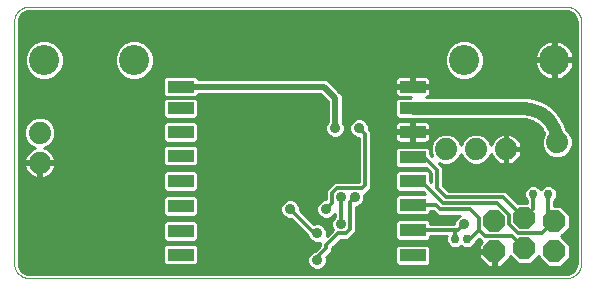
<source format=gbl>
G75*
%MOIN*%
%OFA0B0*%
%FSLAX25Y25*%
%IPPOS*%
%LPD*%
%AMOC8*
5,1,8,0,0,1.08239X$1,22.5*
%
%ADD10C,0.00000*%
%ADD11OC8,0.07400*%
%ADD12R,0.08600X0.04200*%
%ADD13C,0.07400*%
%ADD14C,0.10050*%
%ADD15C,0.03000*%
%ADD16C,0.01000*%
%ADD17C,0.03500*%
%ADD18C,0.02000*%
%ADD19C,0.01200*%
%ADD20C,0.04300*%
D10*
X0012000Y0060307D02*
X0190976Y0060307D01*
X0191116Y0060309D01*
X0191256Y0060315D01*
X0191396Y0060325D01*
X0191536Y0060338D01*
X0191675Y0060356D01*
X0191814Y0060378D01*
X0191951Y0060403D01*
X0192089Y0060432D01*
X0192225Y0060465D01*
X0192360Y0060502D01*
X0192494Y0060543D01*
X0192627Y0060588D01*
X0192759Y0060636D01*
X0192889Y0060688D01*
X0193018Y0060743D01*
X0193145Y0060802D01*
X0193271Y0060865D01*
X0193395Y0060931D01*
X0193516Y0061000D01*
X0193636Y0061073D01*
X0193754Y0061150D01*
X0193869Y0061229D01*
X0193983Y0061312D01*
X0194093Y0061398D01*
X0194202Y0061487D01*
X0194308Y0061579D01*
X0194411Y0061674D01*
X0194512Y0061771D01*
X0194609Y0061872D01*
X0194704Y0061975D01*
X0194796Y0062081D01*
X0194885Y0062190D01*
X0194971Y0062300D01*
X0195054Y0062414D01*
X0195133Y0062529D01*
X0195210Y0062647D01*
X0195283Y0062767D01*
X0195352Y0062888D01*
X0195418Y0063012D01*
X0195481Y0063138D01*
X0195540Y0063265D01*
X0195595Y0063394D01*
X0195647Y0063524D01*
X0195695Y0063656D01*
X0195740Y0063789D01*
X0195781Y0063923D01*
X0195818Y0064058D01*
X0195851Y0064194D01*
X0195880Y0064332D01*
X0195905Y0064469D01*
X0195927Y0064608D01*
X0195945Y0064747D01*
X0195958Y0064887D01*
X0195968Y0065027D01*
X0195974Y0065167D01*
X0195976Y0065307D01*
X0195976Y0145858D01*
X0195974Y0145998D01*
X0195968Y0146138D01*
X0195958Y0146278D01*
X0195945Y0146418D01*
X0195927Y0146557D01*
X0195905Y0146696D01*
X0195880Y0146833D01*
X0195851Y0146971D01*
X0195818Y0147107D01*
X0195781Y0147242D01*
X0195740Y0147376D01*
X0195695Y0147509D01*
X0195647Y0147641D01*
X0195595Y0147771D01*
X0195540Y0147900D01*
X0195481Y0148027D01*
X0195418Y0148153D01*
X0195352Y0148277D01*
X0195283Y0148398D01*
X0195210Y0148518D01*
X0195133Y0148636D01*
X0195054Y0148751D01*
X0194971Y0148865D01*
X0194885Y0148975D01*
X0194796Y0149084D01*
X0194704Y0149190D01*
X0194609Y0149293D01*
X0194512Y0149394D01*
X0194411Y0149491D01*
X0194308Y0149586D01*
X0194202Y0149678D01*
X0194093Y0149767D01*
X0193983Y0149853D01*
X0193869Y0149936D01*
X0193754Y0150015D01*
X0193636Y0150092D01*
X0193516Y0150165D01*
X0193395Y0150234D01*
X0193271Y0150300D01*
X0193145Y0150363D01*
X0193018Y0150422D01*
X0192889Y0150477D01*
X0192759Y0150529D01*
X0192627Y0150577D01*
X0192494Y0150622D01*
X0192360Y0150663D01*
X0192225Y0150700D01*
X0192089Y0150733D01*
X0191951Y0150762D01*
X0191814Y0150787D01*
X0191675Y0150809D01*
X0191536Y0150827D01*
X0191396Y0150840D01*
X0191256Y0150850D01*
X0191116Y0150856D01*
X0190976Y0150858D01*
X0012000Y0150858D01*
X0011860Y0150856D01*
X0011720Y0150850D01*
X0011580Y0150840D01*
X0011440Y0150827D01*
X0011301Y0150809D01*
X0011162Y0150787D01*
X0011025Y0150762D01*
X0010887Y0150733D01*
X0010751Y0150700D01*
X0010616Y0150663D01*
X0010482Y0150622D01*
X0010349Y0150577D01*
X0010217Y0150529D01*
X0010087Y0150477D01*
X0009958Y0150422D01*
X0009831Y0150363D01*
X0009705Y0150300D01*
X0009581Y0150234D01*
X0009460Y0150165D01*
X0009340Y0150092D01*
X0009222Y0150015D01*
X0009107Y0149936D01*
X0008993Y0149853D01*
X0008883Y0149767D01*
X0008774Y0149678D01*
X0008668Y0149586D01*
X0008565Y0149491D01*
X0008464Y0149394D01*
X0008367Y0149293D01*
X0008272Y0149190D01*
X0008180Y0149084D01*
X0008091Y0148975D01*
X0008005Y0148865D01*
X0007922Y0148751D01*
X0007843Y0148636D01*
X0007766Y0148518D01*
X0007693Y0148398D01*
X0007624Y0148277D01*
X0007558Y0148153D01*
X0007495Y0148027D01*
X0007436Y0147900D01*
X0007381Y0147771D01*
X0007329Y0147641D01*
X0007281Y0147509D01*
X0007236Y0147376D01*
X0007195Y0147242D01*
X0007158Y0147107D01*
X0007125Y0146971D01*
X0007096Y0146833D01*
X0007071Y0146696D01*
X0007049Y0146557D01*
X0007031Y0146418D01*
X0007018Y0146278D01*
X0007008Y0146138D01*
X0007002Y0145998D01*
X0007000Y0145858D01*
X0007000Y0065307D01*
X0007002Y0065167D01*
X0007008Y0065027D01*
X0007018Y0064887D01*
X0007031Y0064747D01*
X0007049Y0064608D01*
X0007071Y0064469D01*
X0007096Y0064332D01*
X0007125Y0064194D01*
X0007158Y0064058D01*
X0007195Y0063923D01*
X0007236Y0063789D01*
X0007281Y0063656D01*
X0007329Y0063524D01*
X0007381Y0063394D01*
X0007436Y0063265D01*
X0007495Y0063138D01*
X0007558Y0063012D01*
X0007624Y0062888D01*
X0007693Y0062767D01*
X0007766Y0062647D01*
X0007843Y0062529D01*
X0007922Y0062414D01*
X0008005Y0062300D01*
X0008091Y0062190D01*
X0008180Y0062081D01*
X0008272Y0061975D01*
X0008367Y0061872D01*
X0008464Y0061771D01*
X0008565Y0061674D01*
X0008668Y0061579D01*
X0008774Y0061487D01*
X0008883Y0061398D01*
X0008993Y0061312D01*
X0009107Y0061229D01*
X0009222Y0061150D01*
X0009340Y0061073D01*
X0009460Y0061000D01*
X0009581Y0060931D01*
X0009705Y0060865D01*
X0009831Y0060802D01*
X0009958Y0060743D01*
X0010087Y0060688D01*
X0010217Y0060636D01*
X0010349Y0060588D01*
X0010482Y0060543D01*
X0010616Y0060502D01*
X0010751Y0060465D01*
X0010887Y0060432D01*
X0011025Y0060403D01*
X0011162Y0060378D01*
X0011301Y0060356D01*
X0011440Y0060338D01*
X0011580Y0060325D01*
X0011720Y0060315D01*
X0011860Y0060309D01*
X0012000Y0060307D01*
D11*
X0167000Y0069307D03*
X0177000Y0070307D03*
X0187000Y0069307D03*
X0187000Y0079307D03*
X0177000Y0080307D03*
X0167000Y0079307D03*
D12*
X0139867Y0076314D03*
X0139867Y0067938D03*
X0139867Y0084813D03*
X0139867Y0092687D03*
X0139867Y0100561D03*
X0139867Y0109060D03*
X0139867Y0116934D03*
X0139867Y0124183D03*
X0062500Y0124183D03*
X0062500Y0116934D03*
X0062500Y0109060D03*
X0062500Y0101186D03*
X0062500Y0092687D03*
X0062500Y0084439D03*
X0062500Y0076063D03*
X0062500Y0068189D03*
D13*
X0015500Y0098807D03*
X0015500Y0108807D03*
X0151000Y0103307D03*
X0161000Y0103307D03*
X0171000Y0103307D03*
X0188000Y0105583D03*
D14*
X0187000Y0133063D03*
X0157000Y0133063D03*
X0047000Y0133063D03*
X0017000Y0133063D03*
D15*
X0154000Y0073307D03*
X0158000Y0073307D03*
X0180000Y0088307D03*
X0185000Y0088307D03*
D16*
X0187100Y0086164D02*
X0187543Y0086608D01*
X0188000Y0087710D01*
X0188000Y0088904D01*
X0187543Y0090006D01*
X0186699Y0090850D01*
X0185597Y0091307D01*
X0184403Y0091307D01*
X0183301Y0090850D01*
X0182500Y0090050D01*
X0181699Y0090850D01*
X0180597Y0091307D01*
X0179403Y0091307D01*
X0178301Y0090850D01*
X0177457Y0090006D01*
X0177000Y0088904D01*
X0177000Y0087710D01*
X0177457Y0086608D01*
X0177900Y0086164D01*
X0177900Y0085507D01*
X0174846Y0085507D01*
X0174808Y0085469D01*
X0170870Y0089407D01*
X0151870Y0089407D01*
X0150100Y0091177D01*
X0150100Y0097177D01*
X0148607Y0098670D01*
X0149966Y0098107D01*
X0152034Y0098107D01*
X0153946Y0098899D01*
X0155408Y0100361D01*
X0156000Y0101790D01*
X0156592Y0100361D01*
X0158054Y0098899D01*
X0159966Y0098107D01*
X0162034Y0098107D01*
X0163946Y0098899D01*
X0165408Y0100361D01*
X0166014Y0101824D01*
X0166181Y0101311D01*
X0166553Y0100582D01*
X0167034Y0099919D01*
X0167612Y0099341D01*
X0168275Y0098859D01*
X0169004Y0098488D01*
X0169782Y0098235D01*
X0170591Y0098107D01*
X0170700Y0098107D01*
X0170700Y0103007D01*
X0171300Y0103007D01*
X0171300Y0103607D01*
X0170700Y0103607D01*
X0170700Y0108507D01*
X0170591Y0108507D01*
X0169782Y0108379D01*
X0169004Y0108126D01*
X0168275Y0107754D01*
X0167612Y0107273D01*
X0167034Y0106694D01*
X0166553Y0106032D01*
X0166181Y0105303D01*
X0166014Y0104790D01*
X0165408Y0106252D01*
X0163946Y0107715D01*
X0162034Y0108507D01*
X0159966Y0108507D01*
X0158054Y0107715D01*
X0156592Y0106252D01*
X0156000Y0104824D01*
X0155408Y0106252D01*
X0153946Y0107715D01*
X0152034Y0108507D01*
X0149966Y0108507D01*
X0148054Y0107715D01*
X0146592Y0106252D01*
X0145800Y0104341D01*
X0145800Y0102273D01*
X0146363Y0100914D01*
X0145667Y0101610D01*
X0145667Y0103282D01*
X0144788Y0104161D01*
X0134946Y0104161D01*
X0134067Y0103282D01*
X0134067Y0097840D01*
X0134946Y0096961D01*
X0144376Y0096961D01*
X0145900Y0095437D01*
X0145900Y0092377D01*
X0145667Y0092610D01*
X0145667Y0095408D01*
X0144788Y0096287D01*
X0134946Y0096287D01*
X0134067Y0095408D01*
X0134067Y0089966D01*
X0134946Y0089087D01*
X0143250Y0089087D01*
X0143924Y0088413D01*
X0134946Y0088413D01*
X0134067Y0087534D01*
X0134067Y0082091D01*
X0134946Y0081213D01*
X0144788Y0081213D01*
X0145667Y0082091D01*
X0145667Y0082713D01*
X0146624Y0082713D01*
X0146900Y0082437D01*
X0148130Y0081207D01*
X0155509Y0081207D01*
X0155159Y0081062D01*
X0154245Y0080148D01*
X0153750Y0078953D01*
X0153750Y0078414D01*
X0145667Y0078414D01*
X0145667Y0079035D01*
X0144788Y0079914D01*
X0134946Y0079914D01*
X0134067Y0079035D01*
X0134067Y0073592D01*
X0134946Y0072714D01*
X0144788Y0072714D01*
X0145667Y0073592D01*
X0145667Y0074214D01*
X0151128Y0074214D01*
X0151000Y0073904D01*
X0151000Y0072710D01*
X0151457Y0071608D01*
X0152301Y0070764D01*
X0153403Y0070307D01*
X0154597Y0070307D01*
X0155699Y0070764D01*
X0156000Y0071064D01*
X0156301Y0070764D01*
X0157403Y0070307D01*
X0158597Y0070307D01*
X0159699Y0070764D01*
X0160543Y0071608D01*
X0160736Y0072073D01*
X0162000Y0073337D01*
X0162838Y0072499D01*
X0161800Y0071461D01*
X0161800Y0069807D01*
X0166500Y0069807D01*
X0166500Y0068807D01*
X0161800Y0068807D01*
X0161800Y0067153D01*
X0164846Y0064107D01*
X0166500Y0064107D01*
X0166500Y0068807D01*
X0167500Y0068807D01*
X0167500Y0064107D01*
X0169154Y0064107D01*
X0172200Y0067153D01*
X0172200Y0067753D01*
X0174846Y0065107D01*
X0179154Y0065107D01*
X0181800Y0067753D01*
X0181800Y0067153D01*
X0184846Y0064107D01*
X0189154Y0064107D01*
X0192200Y0067153D01*
X0192200Y0071461D01*
X0189354Y0074307D01*
X0192200Y0077153D01*
X0192200Y0081461D01*
X0189154Y0084507D01*
X0187100Y0084507D01*
X0187100Y0086164D01*
X0187204Y0086268D02*
X0194476Y0086268D01*
X0194476Y0085270D02*
X0187100Y0085270D01*
X0189390Y0084271D02*
X0194476Y0084271D01*
X0194476Y0083273D02*
X0190388Y0083273D01*
X0191387Y0082274D02*
X0194476Y0082274D01*
X0194476Y0081276D02*
X0192200Y0081276D01*
X0192200Y0080277D02*
X0194476Y0080277D01*
X0194476Y0079279D02*
X0192200Y0079279D01*
X0192200Y0078280D02*
X0194476Y0078280D01*
X0194476Y0077282D02*
X0192200Y0077282D01*
X0191330Y0076283D02*
X0194476Y0076283D01*
X0194476Y0075285D02*
X0190332Y0075285D01*
X0189375Y0074286D02*
X0194476Y0074286D01*
X0194476Y0073288D02*
X0190373Y0073288D01*
X0191372Y0072289D02*
X0194476Y0072289D01*
X0194476Y0071291D02*
X0192200Y0071291D01*
X0192200Y0070292D02*
X0194476Y0070292D01*
X0194476Y0069294D02*
X0192200Y0069294D01*
X0192200Y0068295D02*
X0194476Y0068295D01*
X0194476Y0067297D02*
X0192200Y0067297D01*
X0191345Y0066298D02*
X0194476Y0066298D01*
X0194476Y0065307D02*
X0194409Y0064624D01*
X0193887Y0063362D01*
X0192921Y0062397D01*
X0191659Y0061874D01*
X0190976Y0061807D01*
X0012000Y0061807D01*
X0011317Y0061874D01*
X0010055Y0062397D01*
X0009090Y0063362D01*
X0008567Y0064624D01*
X0008500Y0065307D01*
X0008500Y0145858D01*
X0008567Y0146541D01*
X0009090Y0147803D01*
X0010055Y0148768D01*
X0011317Y0149291D01*
X0012000Y0149358D01*
X0190976Y0149358D01*
X0191659Y0149291D01*
X0192921Y0148768D01*
X0193887Y0147803D01*
X0194409Y0146541D01*
X0194476Y0145858D01*
X0194476Y0065307D01*
X0194476Y0065299D02*
X0190346Y0065299D01*
X0189348Y0064301D02*
X0194275Y0064301D01*
X0193827Y0063302D02*
X0109239Y0063302D01*
X0108646Y0063057D02*
X0109841Y0063552D01*
X0110755Y0064466D01*
X0111250Y0065660D01*
X0111250Y0066953D01*
X0111064Y0067401D01*
X0111870Y0068207D01*
X0113100Y0069437D01*
X0113100Y0070437D01*
X0115870Y0073207D01*
X0118370Y0073207D01*
X0119870Y0074707D01*
X0121100Y0075937D01*
X0121100Y0084057D01*
X0121146Y0084057D01*
X0122341Y0084552D01*
X0123255Y0085466D01*
X0123750Y0086660D01*
X0123750Y0087953D01*
X0123645Y0088207D01*
X0123870Y0088207D01*
X0124870Y0089207D01*
X0126100Y0090437D01*
X0126100Y0109177D01*
X0125250Y0110027D01*
X0125250Y0110953D01*
X0124755Y0112148D01*
X0123841Y0113062D01*
X0122646Y0113557D01*
X0121354Y0113557D01*
X0120159Y0113062D01*
X0119245Y0112148D01*
X0118750Y0110953D01*
X0118750Y0109660D01*
X0119245Y0108466D01*
X0120159Y0107552D01*
X0121354Y0107057D01*
X0121900Y0107057D01*
X0121900Y0092407D01*
X0113630Y0092407D01*
X0112130Y0090907D01*
X0110900Y0089677D01*
X0110900Y0086557D01*
X0110354Y0086557D01*
X0109159Y0086062D01*
X0108245Y0085148D01*
X0107750Y0083953D01*
X0107750Y0082660D01*
X0108245Y0081466D01*
X0109159Y0080552D01*
X0110354Y0080057D01*
X0111646Y0080057D01*
X0112841Y0080552D01*
X0113755Y0081466D01*
X0113900Y0081816D01*
X0113900Y0080803D01*
X0113245Y0080148D01*
X0112750Y0078953D01*
X0112750Y0077660D01*
X0113229Y0076505D01*
X0112900Y0076177D01*
X0111155Y0074432D01*
X0111250Y0074660D01*
X0111250Y0075953D01*
X0110755Y0077148D01*
X0109841Y0078062D01*
X0108646Y0078557D01*
X0107354Y0078557D01*
X0106905Y0078371D01*
X0102250Y0083027D01*
X0102250Y0083953D01*
X0101755Y0085148D01*
X0100841Y0086062D01*
X0099646Y0086557D01*
X0098354Y0086557D01*
X0097159Y0086062D01*
X0096245Y0085148D01*
X0095750Y0083953D01*
X0095750Y0082660D01*
X0096245Y0081466D01*
X0097159Y0080552D01*
X0098354Y0080057D01*
X0099280Y0080057D01*
X0104802Y0074535D01*
X0105245Y0073466D01*
X0106159Y0072552D01*
X0107354Y0072057D01*
X0108646Y0072057D01*
X0108900Y0072162D01*
X0108900Y0071177D01*
X0107228Y0069505D01*
X0106159Y0069062D01*
X0105245Y0068148D01*
X0104750Y0066953D01*
X0104750Y0065660D01*
X0105245Y0064466D01*
X0106159Y0063552D01*
X0107354Y0063057D01*
X0108646Y0063057D01*
X0106761Y0063302D02*
X0009150Y0063302D01*
X0008701Y0064301D02*
X0105410Y0064301D01*
X0104900Y0065299D02*
X0068132Y0065299D01*
X0068300Y0065467D02*
X0067421Y0064589D01*
X0057579Y0064589D01*
X0056700Y0065467D01*
X0056700Y0070910D01*
X0057579Y0071789D01*
X0067421Y0071789D01*
X0068300Y0070910D01*
X0068300Y0065467D01*
X0068300Y0066298D02*
X0104750Y0066298D01*
X0104892Y0067297D02*
X0068300Y0067297D01*
X0068300Y0068295D02*
X0105392Y0068295D01*
X0106718Y0069294D02*
X0068300Y0069294D01*
X0068300Y0070292D02*
X0108015Y0070292D01*
X0108900Y0071291D02*
X0067920Y0071291D01*
X0067421Y0072463D02*
X0068300Y0073341D01*
X0068300Y0078784D01*
X0067421Y0079663D01*
X0057579Y0079663D01*
X0056700Y0078784D01*
X0056700Y0073341D01*
X0057579Y0072463D01*
X0067421Y0072463D01*
X0068246Y0073288D02*
X0105423Y0073288D01*
X0104905Y0074286D02*
X0068300Y0074286D01*
X0068300Y0075285D02*
X0104052Y0075285D01*
X0103054Y0076283D02*
X0068300Y0076283D01*
X0068300Y0077282D02*
X0102055Y0077282D01*
X0101057Y0078280D02*
X0068300Y0078280D01*
X0067805Y0079279D02*
X0100058Y0079279D01*
X0097822Y0080277D02*
X0008500Y0080277D01*
X0008500Y0079279D02*
X0057194Y0079279D01*
X0056700Y0078280D02*
X0008500Y0078280D01*
X0008500Y0077282D02*
X0056700Y0077282D01*
X0056700Y0076283D02*
X0008500Y0076283D01*
X0008500Y0075285D02*
X0056700Y0075285D01*
X0056700Y0074286D02*
X0008500Y0074286D01*
X0008500Y0073288D02*
X0056754Y0073288D01*
X0057080Y0071291D02*
X0008500Y0071291D01*
X0008500Y0072289D02*
X0106793Y0072289D01*
X0111250Y0075285D02*
X0112008Y0075285D01*
X0111113Y0076283D02*
X0113006Y0076283D01*
X0112907Y0077282D02*
X0110621Y0077282D01*
X0109315Y0078280D02*
X0112750Y0078280D01*
X0112885Y0079279D02*
X0105998Y0079279D01*
X0105000Y0080277D02*
X0109822Y0080277D01*
X0108435Y0081276D02*
X0104001Y0081276D01*
X0103003Y0082274D02*
X0107910Y0082274D01*
X0107750Y0083273D02*
X0102250Y0083273D01*
X0102118Y0084271D02*
X0107882Y0084271D01*
X0108367Y0085270D02*
X0101633Y0085270D01*
X0100343Y0086268D02*
X0109657Y0086268D01*
X0110900Y0087267D02*
X0068193Y0087267D01*
X0068300Y0087160D02*
X0067421Y0088039D01*
X0057579Y0088039D01*
X0056700Y0087160D01*
X0056700Y0081717D01*
X0057579Y0080839D01*
X0067421Y0080839D01*
X0068300Y0081717D01*
X0068300Y0087160D01*
X0068300Y0086268D02*
X0097657Y0086268D01*
X0096367Y0085270D02*
X0068300Y0085270D01*
X0068300Y0084271D02*
X0095882Y0084271D01*
X0095750Y0083273D02*
X0068300Y0083273D01*
X0068300Y0082274D02*
X0095910Y0082274D01*
X0096435Y0081276D02*
X0067858Y0081276D01*
X0067421Y0089087D02*
X0057579Y0089087D01*
X0056700Y0089966D01*
X0056700Y0095408D01*
X0057579Y0096287D01*
X0067421Y0096287D01*
X0068300Y0095408D01*
X0068300Y0089966D01*
X0067421Y0089087D01*
X0067598Y0089264D02*
X0110900Y0089264D01*
X0110900Y0088265D02*
X0008500Y0088265D01*
X0008500Y0087267D02*
X0056807Y0087267D01*
X0056700Y0086268D02*
X0008500Y0086268D01*
X0008500Y0085270D02*
X0056700Y0085270D01*
X0056700Y0084271D02*
X0008500Y0084271D01*
X0008500Y0083273D02*
X0056700Y0083273D01*
X0056700Y0082274D02*
X0008500Y0082274D01*
X0008500Y0081276D02*
X0057142Y0081276D01*
X0057402Y0089264D02*
X0008500Y0089264D01*
X0008500Y0090262D02*
X0056700Y0090262D01*
X0056700Y0091261D02*
X0008500Y0091261D01*
X0008500Y0092259D02*
X0056700Y0092259D01*
X0056700Y0093258D02*
X0008500Y0093258D01*
X0008500Y0094256D02*
X0012977Y0094256D01*
X0012775Y0094359D02*
X0013504Y0093988D01*
X0014282Y0093735D01*
X0015000Y0093621D01*
X0015000Y0098307D01*
X0010314Y0098307D01*
X0010428Y0097589D01*
X0010681Y0096811D01*
X0011053Y0096082D01*
X0011534Y0095419D01*
X0012112Y0094841D01*
X0012775Y0094359D01*
X0011698Y0095255D02*
X0008500Y0095255D01*
X0008500Y0096253D02*
X0010965Y0096253D01*
X0010538Y0097252D02*
X0008500Y0097252D01*
X0008500Y0098250D02*
X0010323Y0098250D01*
X0010314Y0099307D02*
X0015000Y0099307D01*
X0015000Y0098307D01*
X0016000Y0098307D01*
X0016000Y0099307D01*
X0020686Y0099307D01*
X0020572Y0100025D01*
X0020319Y0100803D01*
X0019947Y0101532D01*
X0019466Y0102194D01*
X0018888Y0102773D01*
X0018225Y0103254D01*
X0017496Y0103626D01*
X0016983Y0103793D01*
X0018446Y0104399D01*
X0019908Y0105861D01*
X0020700Y0107773D01*
X0020700Y0109841D01*
X0019908Y0111752D01*
X0018446Y0113215D01*
X0016534Y0114007D01*
X0014466Y0114007D01*
X0012554Y0113215D01*
X0011092Y0111752D01*
X0010300Y0109841D01*
X0010300Y0107773D01*
X0011092Y0105861D01*
X0012554Y0104399D01*
X0014017Y0103793D01*
X0013504Y0103626D01*
X0012775Y0103254D01*
X0012112Y0102773D01*
X0011534Y0102194D01*
X0011053Y0101532D01*
X0010681Y0100803D01*
X0010428Y0100025D01*
X0010314Y0099307D01*
X0010500Y0100247D02*
X0008500Y0100247D01*
X0008500Y0099249D02*
X0015000Y0099249D01*
X0015000Y0098250D02*
X0016000Y0098250D01*
X0016000Y0098307D02*
X0016000Y0093621D01*
X0016718Y0093735D01*
X0017496Y0093988D01*
X0018225Y0094359D01*
X0018888Y0094841D01*
X0019466Y0095419D01*
X0019947Y0096082D01*
X0020319Y0096811D01*
X0020572Y0097589D01*
X0020686Y0098307D01*
X0016000Y0098307D01*
X0016000Y0099249D02*
X0056700Y0099249D01*
X0056700Y0098465D02*
X0057579Y0097586D01*
X0067421Y0097586D01*
X0068300Y0098465D01*
X0068300Y0103907D01*
X0067421Y0104786D01*
X0057579Y0104786D01*
X0056700Y0103907D01*
X0056700Y0098465D01*
X0056914Y0098250D02*
X0020677Y0098250D01*
X0020462Y0097252D02*
X0121900Y0097252D01*
X0121900Y0098250D02*
X0068086Y0098250D01*
X0068300Y0099249D02*
X0121900Y0099249D01*
X0121900Y0100247D02*
X0068300Y0100247D01*
X0068300Y0101246D02*
X0121900Y0101246D01*
X0121900Y0102244D02*
X0068300Y0102244D01*
X0068300Y0103243D02*
X0121900Y0103243D01*
X0121900Y0104241D02*
X0067966Y0104241D01*
X0067421Y0105460D02*
X0068300Y0106339D01*
X0068300Y0111781D01*
X0067421Y0112660D01*
X0057579Y0112660D01*
X0056700Y0111781D01*
X0056700Y0106339D01*
X0057579Y0105460D01*
X0067421Y0105460D01*
X0068200Y0106238D02*
X0121900Y0106238D01*
X0121900Y0105240D02*
X0019287Y0105240D01*
X0020065Y0106238D02*
X0056800Y0106238D01*
X0056700Y0107237D02*
X0020478Y0107237D01*
X0020700Y0108235D02*
X0056700Y0108235D01*
X0056700Y0109234D02*
X0020700Y0109234D01*
X0020538Y0110232D02*
X0056700Y0110232D01*
X0056700Y0111231D02*
X0020124Y0111231D01*
X0019431Y0112230D02*
X0057148Y0112230D01*
X0057579Y0113334D02*
X0067421Y0113334D01*
X0068300Y0114213D01*
X0068300Y0119655D01*
X0067421Y0120534D01*
X0057579Y0120534D01*
X0056700Y0119655D01*
X0056700Y0114213D01*
X0057579Y0113334D01*
X0056700Y0114227D02*
X0008500Y0114227D01*
X0008500Y0115225D02*
X0056700Y0115225D01*
X0056700Y0116224D02*
X0008500Y0116224D01*
X0008500Y0117222D02*
X0056700Y0117222D01*
X0056700Y0118221D02*
X0008500Y0118221D01*
X0008500Y0119219D02*
X0056700Y0119219D01*
X0057262Y0120218D02*
X0008500Y0120218D01*
X0008500Y0121216D02*
X0056945Y0121216D01*
X0056700Y0121462D02*
X0057579Y0120583D01*
X0067421Y0120583D01*
X0068300Y0121462D01*
X0068300Y0121683D01*
X0109088Y0121683D01*
X0111500Y0119271D01*
X0111500Y0112403D01*
X0111245Y0112148D01*
X0110750Y0110953D01*
X0110750Y0109660D01*
X0111245Y0108466D01*
X0112159Y0107552D01*
X0113354Y0107057D01*
X0114646Y0107057D01*
X0115841Y0107552D01*
X0116755Y0108466D01*
X0117250Y0109660D01*
X0117250Y0110953D01*
X0116755Y0112148D01*
X0116500Y0112403D01*
X0116500Y0120804D01*
X0116119Y0121723D01*
X0115416Y0122426D01*
X0111540Y0126302D01*
X0110621Y0126683D01*
X0068300Y0126683D01*
X0068300Y0126904D01*
X0067421Y0127783D01*
X0057579Y0127783D01*
X0056700Y0126904D01*
X0056700Y0121462D01*
X0056700Y0122215D02*
X0008500Y0122215D01*
X0008500Y0123213D02*
X0056700Y0123213D01*
X0056700Y0124212D02*
X0008500Y0124212D01*
X0008500Y0125210D02*
X0056700Y0125210D01*
X0056700Y0126209D02*
X0008500Y0126209D01*
X0008500Y0127207D02*
X0014086Y0127207D01*
X0013304Y0127531D02*
X0015702Y0126538D01*
X0018298Y0126538D01*
X0020696Y0127531D01*
X0022532Y0129367D01*
X0023525Y0131765D01*
X0023525Y0134361D01*
X0022532Y0136759D01*
X0020696Y0138594D01*
X0018298Y0139588D01*
X0015702Y0139588D01*
X0013304Y0138594D01*
X0011468Y0136759D01*
X0010475Y0134361D01*
X0010475Y0131765D01*
X0011468Y0129367D01*
X0013304Y0127531D01*
X0012629Y0128206D02*
X0008500Y0128206D01*
X0008500Y0129204D02*
X0011631Y0129204D01*
X0011122Y0130203D02*
X0008500Y0130203D01*
X0008500Y0131201D02*
X0010708Y0131201D01*
X0010475Y0132200D02*
X0008500Y0132200D01*
X0008500Y0133198D02*
X0010475Y0133198D01*
X0010475Y0134197D02*
X0008500Y0134197D01*
X0008500Y0135195D02*
X0010821Y0135195D01*
X0011234Y0136194D02*
X0008500Y0136194D01*
X0008500Y0137192D02*
X0011902Y0137192D01*
X0012900Y0138191D02*
X0008500Y0138191D01*
X0008500Y0139189D02*
X0014740Y0139189D01*
X0019260Y0139189D02*
X0044740Y0139189D01*
X0045702Y0139588D02*
X0043304Y0138594D01*
X0041468Y0136759D01*
X0040475Y0134361D01*
X0040475Y0131765D01*
X0041468Y0129367D01*
X0043304Y0127531D01*
X0045702Y0126538D01*
X0048298Y0126538D01*
X0050696Y0127531D01*
X0052532Y0129367D01*
X0053525Y0131765D01*
X0053525Y0134361D01*
X0052532Y0136759D01*
X0050696Y0138594D01*
X0048298Y0139588D01*
X0045702Y0139588D01*
X0042900Y0138191D02*
X0021100Y0138191D01*
X0022098Y0137192D02*
X0041902Y0137192D01*
X0041234Y0136194D02*
X0022766Y0136194D01*
X0023179Y0135195D02*
X0040821Y0135195D01*
X0040475Y0134197D02*
X0023525Y0134197D01*
X0023525Y0133198D02*
X0040475Y0133198D01*
X0040475Y0132200D02*
X0023525Y0132200D01*
X0023291Y0131201D02*
X0040708Y0131201D01*
X0041122Y0130203D02*
X0022878Y0130203D01*
X0022369Y0129204D02*
X0041631Y0129204D01*
X0042629Y0128206D02*
X0021371Y0128206D01*
X0019914Y0127207D02*
X0044086Y0127207D01*
X0049914Y0127207D02*
X0057003Y0127207D01*
X0052369Y0129204D02*
X0151631Y0129204D01*
X0151468Y0129367D02*
X0153304Y0127531D01*
X0155702Y0126538D01*
X0158298Y0126538D01*
X0160696Y0127531D01*
X0162532Y0129367D01*
X0163525Y0131765D01*
X0163525Y0134361D01*
X0162532Y0136759D01*
X0160696Y0138594D01*
X0158298Y0139588D01*
X0155702Y0139588D01*
X0153304Y0138594D01*
X0151468Y0136759D01*
X0150475Y0134361D01*
X0150475Y0131765D01*
X0151468Y0129367D01*
X0151122Y0130203D02*
X0052878Y0130203D01*
X0053291Y0131201D02*
X0150708Y0131201D01*
X0150475Y0132200D02*
X0053525Y0132200D01*
X0053525Y0133198D02*
X0150475Y0133198D01*
X0150475Y0134197D02*
X0053525Y0134197D01*
X0053179Y0135195D02*
X0150821Y0135195D01*
X0151234Y0136194D02*
X0052766Y0136194D01*
X0052098Y0137192D02*
X0151902Y0137192D01*
X0152900Y0138191D02*
X0051100Y0138191D01*
X0049260Y0139189D02*
X0154740Y0139189D01*
X0159260Y0139189D02*
X0184740Y0139189D01*
X0184898Y0139255D02*
X0184108Y0138927D01*
X0183367Y0138500D01*
X0182689Y0137979D01*
X0182084Y0137374D01*
X0181563Y0136696D01*
X0181135Y0135955D01*
X0180808Y0135165D01*
X0180587Y0134339D01*
X0180485Y0133563D01*
X0186500Y0133563D01*
X0186500Y0139578D01*
X0185724Y0139476D01*
X0184898Y0139255D01*
X0186500Y0139189D02*
X0187500Y0139189D01*
X0187500Y0139578D02*
X0188276Y0139476D01*
X0189102Y0139255D01*
X0189892Y0138927D01*
X0190633Y0138500D01*
X0191311Y0137979D01*
X0191916Y0137374D01*
X0192437Y0136696D01*
X0192865Y0135955D01*
X0193192Y0135165D01*
X0193413Y0134339D01*
X0193515Y0133563D01*
X0187500Y0133563D01*
X0186500Y0133563D01*
X0186500Y0132563D01*
X0180485Y0132563D01*
X0180587Y0131787D01*
X0180808Y0130961D01*
X0181135Y0130171D01*
X0181563Y0129430D01*
X0182084Y0128751D01*
X0182689Y0128147D01*
X0183367Y0127626D01*
X0184108Y0127198D01*
X0184898Y0126871D01*
X0185724Y0126649D01*
X0186500Y0126547D01*
X0186500Y0132563D01*
X0187500Y0132563D01*
X0187500Y0133563D01*
X0187500Y0139578D01*
X0187500Y0138191D02*
X0186500Y0138191D01*
X0186500Y0137192D02*
X0187500Y0137192D01*
X0187500Y0136194D02*
X0186500Y0136194D01*
X0186500Y0135195D02*
X0187500Y0135195D01*
X0187500Y0134197D02*
X0186500Y0134197D01*
X0186500Y0133198D02*
X0163525Y0133198D01*
X0163525Y0132200D02*
X0180532Y0132200D01*
X0180744Y0131201D02*
X0163291Y0131201D01*
X0162878Y0130203D02*
X0181122Y0130203D01*
X0181736Y0129204D02*
X0162369Y0129204D01*
X0161371Y0128206D02*
X0182629Y0128206D01*
X0184092Y0127207D02*
X0159914Y0127207D01*
X0154086Y0127207D02*
X0145364Y0127207D01*
X0145367Y0127204D02*
X0145088Y0127483D01*
X0144746Y0127681D01*
X0144365Y0127783D01*
X0140367Y0127783D01*
X0140367Y0124683D01*
X0139367Y0124683D01*
X0139367Y0123683D01*
X0134067Y0123683D01*
X0134067Y0121885D01*
X0134169Y0121504D01*
X0134367Y0121162D01*
X0134646Y0120883D01*
X0134988Y0120685D01*
X0135370Y0120583D01*
X0139139Y0120583D01*
X0139020Y0120534D01*
X0134946Y0120534D01*
X0134067Y0119655D01*
X0134067Y0114213D01*
X0134946Y0113334D01*
X0139020Y0113334D01*
X0139141Y0113284D01*
X0176649Y0113284D01*
X0177654Y0113218D01*
X0179596Y0112698D01*
X0181337Y0111692D01*
X0182759Y0110271D01*
X0183701Y0108638D01*
X0183592Y0108528D01*
X0182800Y0106617D01*
X0182800Y0104548D01*
X0183592Y0102637D01*
X0185054Y0101174D01*
X0186966Y0100383D01*
X0189034Y0100383D01*
X0190946Y0101174D01*
X0192408Y0102637D01*
X0193200Y0104548D01*
X0193200Y0106617D01*
X0192408Y0108528D01*
X0191017Y0109919D01*
X0190628Y0111373D01*
X0188653Y0114794D01*
X0185860Y0117587D01*
X0182439Y0119562D01*
X0178624Y0120584D01*
X0144368Y0120584D01*
X0144746Y0120685D01*
X0145088Y0120883D01*
X0145367Y0121162D01*
X0145565Y0121504D01*
X0145667Y0121885D01*
X0145667Y0123683D01*
X0140367Y0123683D01*
X0140367Y0124683D01*
X0145667Y0124683D01*
X0145667Y0126480D01*
X0145565Y0126862D01*
X0145367Y0127204D01*
X0145667Y0126209D02*
X0194476Y0126209D01*
X0194476Y0127207D02*
X0189908Y0127207D01*
X0189892Y0127198D02*
X0190633Y0127626D01*
X0191311Y0128147D01*
X0191916Y0128751D01*
X0192437Y0129430D01*
X0192865Y0130171D01*
X0193192Y0130961D01*
X0193413Y0131787D01*
X0193515Y0132563D01*
X0187500Y0132563D01*
X0187500Y0126547D01*
X0188276Y0126649D01*
X0189102Y0126871D01*
X0189892Y0127198D01*
X0191371Y0128206D02*
X0194476Y0128206D01*
X0194476Y0129204D02*
X0192264Y0129204D01*
X0192878Y0130203D02*
X0194476Y0130203D01*
X0194476Y0131201D02*
X0193256Y0131201D01*
X0193468Y0132200D02*
X0194476Y0132200D01*
X0194476Y0133198D02*
X0187500Y0133198D01*
X0187500Y0132200D02*
X0186500Y0132200D01*
X0186500Y0131201D02*
X0187500Y0131201D01*
X0187500Y0130203D02*
X0186500Y0130203D01*
X0186500Y0129204D02*
X0187500Y0129204D01*
X0187500Y0128206D02*
X0186500Y0128206D01*
X0186500Y0127207D02*
X0187500Y0127207D01*
X0194476Y0125210D02*
X0145667Y0125210D01*
X0145667Y0123213D02*
X0194476Y0123213D01*
X0194476Y0122215D02*
X0145667Y0122215D01*
X0145399Y0121216D02*
X0194476Y0121216D01*
X0194476Y0120218D02*
X0179991Y0120218D01*
X0182439Y0119562D02*
X0182439Y0119562D01*
X0183032Y0119219D02*
X0194476Y0119219D01*
X0194476Y0118221D02*
X0184762Y0118221D01*
X0185860Y0117587D02*
X0185860Y0117587D01*
X0186224Y0117222D02*
X0194476Y0117222D01*
X0194476Y0116224D02*
X0187223Y0116224D01*
X0188221Y0115225D02*
X0194476Y0115225D01*
X0194476Y0114227D02*
X0188980Y0114227D01*
X0188653Y0114794D02*
X0188653Y0114794D01*
X0189557Y0113228D02*
X0194476Y0113228D01*
X0194476Y0112230D02*
X0190133Y0112230D01*
X0190628Y0111373D02*
X0190628Y0111373D01*
X0190666Y0111231D02*
X0194476Y0111231D01*
X0194476Y0110232D02*
X0190933Y0110232D01*
X0191702Y0109234D02*
X0194476Y0109234D01*
X0194476Y0108235D02*
X0192530Y0108235D01*
X0192943Y0107237D02*
X0194476Y0107237D01*
X0194476Y0106238D02*
X0193200Y0106238D01*
X0193200Y0105240D02*
X0194476Y0105240D01*
X0194476Y0104241D02*
X0193073Y0104241D01*
X0192659Y0103243D02*
X0194476Y0103243D01*
X0194476Y0102244D02*
X0192016Y0102244D01*
X0191017Y0101246D02*
X0194476Y0101246D01*
X0194476Y0100247D02*
X0175205Y0100247D01*
X0174966Y0099919D02*
X0175447Y0100582D01*
X0175819Y0101311D01*
X0176072Y0102089D01*
X0176200Y0102898D01*
X0176200Y0103007D01*
X0171300Y0103007D01*
X0171300Y0098107D01*
X0171409Y0098107D01*
X0172218Y0098235D01*
X0172996Y0098488D01*
X0173725Y0098859D01*
X0174388Y0099341D01*
X0174966Y0099919D01*
X0174261Y0099249D02*
X0194476Y0099249D01*
X0194476Y0098250D02*
X0172265Y0098250D01*
X0171300Y0098250D02*
X0170700Y0098250D01*
X0169735Y0098250D02*
X0162381Y0098250D01*
X0164296Y0099249D02*
X0167739Y0099249D01*
X0166795Y0100247D02*
X0165294Y0100247D01*
X0165775Y0101246D02*
X0166214Y0101246D01*
X0166160Y0105240D02*
X0165828Y0105240D01*
X0165414Y0106238D02*
X0166702Y0106238D01*
X0167576Y0107237D02*
X0164424Y0107237D01*
X0162690Y0108235D02*
X0169341Y0108235D01*
X0170700Y0108235D02*
X0171300Y0108235D01*
X0171300Y0108507D02*
X0171300Y0103607D01*
X0176200Y0103607D01*
X0176200Y0103716D01*
X0176072Y0104525D01*
X0175819Y0105303D01*
X0175447Y0106032D01*
X0174966Y0106694D01*
X0174388Y0107273D01*
X0173725Y0107754D01*
X0172996Y0108126D01*
X0172218Y0108379D01*
X0171409Y0108507D01*
X0171300Y0108507D01*
X0171300Y0107237D02*
X0170700Y0107237D01*
X0170700Y0106238D02*
X0171300Y0106238D01*
X0171300Y0105240D02*
X0170700Y0105240D01*
X0170700Y0104241D02*
X0171300Y0104241D01*
X0171300Y0103243D02*
X0183341Y0103243D01*
X0182927Y0104241D02*
X0176117Y0104241D01*
X0175840Y0105240D02*
X0182800Y0105240D01*
X0182800Y0106238D02*
X0175298Y0106238D01*
X0174424Y0107237D02*
X0183057Y0107237D01*
X0183470Y0108235D02*
X0172659Y0108235D01*
X0171300Y0102244D02*
X0170700Y0102244D01*
X0170700Y0101246D02*
X0171300Y0101246D01*
X0171300Y0100247D02*
X0170700Y0100247D01*
X0170700Y0099249D02*
X0171300Y0099249D01*
X0175786Y0101246D02*
X0184983Y0101246D01*
X0183984Y0102244D02*
X0176097Y0102244D01*
X0183357Y0109234D02*
X0140367Y0109234D01*
X0140367Y0109560D02*
X0145667Y0109560D01*
X0145667Y0111357D01*
X0145565Y0111739D01*
X0145367Y0112081D01*
X0145088Y0112360D01*
X0144746Y0112558D01*
X0144365Y0112660D01*
X0140367Y0112660D01*
X0140367Y0109560D01*
X0139367Y0109560D01*
X0139367Y0112660D01*
X0135370Y0112660D01*
X0134988Y0112558D01*
X0134646Y0112360D01*
X0134367Y0112081D01*
X0134169Y0111739D01*
X0134067Y0111357D01*
X0134067Y0109560D01*
X0139367Y0109560D01*
X0139367Y0108560D01*
X0134067Y0108560D01*
X0134067Y0106762D01*
X0134169Y0106381D01*
X0134367Y0106039D01*
X0134646Y0105760D01*
X0134988Y0105562D01*
X0135370Y0105460D01*
X0139367Y0105460D01*
X0139367Y0108560D01*
X0140367Y0108560D01*
X0140367Y0109560D01*
X0140367Y0110232D02*
X0139367Y0110232D01*
X0139367Y0109234D02*
X0126043Y0109234D01*
X0126100Y0108235D02*
X0134067Y0108235D01*
X0134067Y0107237D02*
X0126100Y0107237D01*
X0126100Y0106238D02*
X0134252Y0106238D01*
X0134067Y0103243D02*
X0126100Y0103243D01*
X0126100Y0104241D02*
X0145800Y0104241D01*
X0145800Y0103243D02*
X0145667Y0103243D01*
X0145667Y0102244D02*
X0145812Y0102244D01*
X0146031Y0101246D02*
X0146225Y0101246D01*
X0146172Y0105240D02*
X0126100Y0105240D01*
X0126100Y0102244D02*
X0134067Y0102244D01*
X0134067Y0101246D02*
X0126100Y0101246D01*
X0126100Y0100247D02*
X0134067Y0100247D01*
X0134067Y0099249D02*
X0126100Y0099249D01*
X0126100Y0098250D02*
X0134067Y0098250D01*
X0134655Y0097252D02*
X0126100Y0097252D01*
X0126100Y0096253D02*
X0134912Y0096253D01*
X0134067Y0095255D02*
X0126100Y0095255D01*
X0126100Y0094256D02*
X0134067Y0094256D01*
X0134067Y0093258D02*
X0126100Y0093258D01*
X0126100Y0092259D02*
X0134067Y0092259D01*
X0134067Y0091261D02*
X0126100Y0091261D01*
X0125925Y0090262D02*
X0134067Y0090262D01*
X0134769Y0089264D02*
X0124927Y0089264D01*
X0123928Y0088265D02*
X0134798Y0088265D01*
X0134067Y0087267D02*
X0123750Y0087267D01*
X0123588Y0086268D02*
X0134067Y0086268D01*
X0134067Y0085270D02*
X0123059Y0085270D01*
X0121664Y0084271D02*
X0134067Y0084271D01*
X0134067Y0083273D02*
X0121100Y0083273D01*
X0121100Y0082274D02*
X0134067Y0082274D01*
X0134883Y0081276D02*
X0121100Y0081276D01*
X0121100Y0080277D02*
X0154374Y0080277D01*
X0153885Y0079279D02*
X0145424Y0079279D01*
X0144851Y0081276D02*
X0148061Y0081276D01*
X0147063Y0082274D02*
X0145667Y0082274D01*
X0145362Y0073288D02*
X0151000Y0073288D01*
X0151174Y0072289D02*
X0114952Y0072289D01*
X0113953Y0071291D02*
X0134699Y0071291D01*
X0134946Y0071538D02*
X0134067Y0070659D01*
X0134067Y0065216D01*
X0134946Y0064338D01*
X0144788Y0064338D01*
X0145667Y0065216D01*
X0145667Y0070659D01*
X0144788Y0071538D01*
X0134946Y0071538D01*
X0134067Y0070292D02*
X0113100Y0070292D01*
X0112956Y0069294D02*
X0134067Y0069294D01*
X0134067Y0068295D02*
X0111958Y0068295D01*
X0111108Y0067297D02*
X0134067Y0067297D01*
X0134067Y0066298D02*
X0111250Y0066298D01*
X0111100Y0065299D02*
X0134067Y0065299D01*
X0134372Y0073288D02*
X0118450Y0073288D01*
X0119449Y0074286D02*
X0134067Y0074286D01*
X0134067Y0075285D02*
X0120448Y0075285D01*
X0121100Y0076283D02*
X0134067Y0076283D01*
X0134067Y0077282D02*
X0121100Y0077282D01*
X0121100Y0078280D02*
X0134067Y0078280D01*
X0134311Y0079279D02*
X0121100Y0079279D01*
X0113900Y0081276D02*
X0113565Y0081276D01*
X0113374Y0080277D02*
X0112178Y0080277D01*
X0111485Y0090262D02*
X0068300Y0090262D01*
X0068300Y0091261D02*
X0112484Y0091261D01*
X0113483Y0092259D02*
X0068300Y0092259D01*
X0068300Y0093258D02*
X0121900Y0093258D01*
X0121900Y0094256D02*
X0068300Y0094256D01*
X0068300Y0095255D02*
X0121900Y0095255D01*
X0121900Y0096253D02*
X0067455Y0096253D01*
X0057545Y0096253D02*
X0020035Y0096253D01*
X0019302Y0095255D02*
X0056700Y0095255D01*
X0056700Y0094256D02*
X0018023Y0094256D01*
X0016000Y0094256D02*
X0015000Y0094256D01*
X0015000Y0095255D02*
X0016000Y0095255D01*
X0016000Y0096253D02*
X0015000Y0096253D01*
X0015000Y0097252D02*
X0016000Y0097252D01*
X0020500Y0100247D02*
X0056700Y0100247D01*
X0056700Y0101246D02*
X0020093Y0101246D01*
X0019416Y0102244D02*
X0056700Y0102244D01*
X0056700Y0103243D02*
X0018241Y0103243D01*
X0018066Y0104241D02*
X0057034Y0104241D01*
X0068300Y0107237D02*
X0112919Y0107237D01*
X0111475Y0108235D02*
X0068300Y0108235D01*
X0068300Y0109234D02*
X0110927Y0109234D01*
X0110750Y0110232D02*
X0068300Y0110232D01*
X0068300Y0111231D02*
X0110865Y0111231D01*
X0111326Y0112230D02*
X0067852Y0112230D01*
X0068300Y0114227D02*
X0111500Y0114227D01*
X0111500Y0115225D02*
X0068300Y0115225D01*
X0068300Y0116224D02*
X0111500Y0116224D01*
X0111500Y0117222D02*
X0068300Y0117222D01*
X0068300Y0118221D02*
X0111500Y0118221D01*
X0111500Y0119219D02*
X0068300Y0119219D01*
X0067738Y0120218D02*
X0110554Y0120218D01*
X0109555Y0121216D02*
X0068055Y0121216D01*
X0067997Y0127207D02*
X0134370Y0127207D01*
X0134367Y0127204D02*
X0134169Y0126862D01*
X0134067Y0126480D01*
X0134067Y0124683D01*
X0139367Y0124683D01*
X0139367Y0127783D01*
X0135370Y0127783D01*
X0134988Y0127681D01*
X0134646Y0127483D01*
X0134367Y0127204D01*
X0134067Y0126209D02*
X0111634Y0126209D01*
X0112632Y0125210D02*
X0134067Y0125210D01*
X0134067Y0123213D02*
X0114629Y0123213D01*
X0113631Y0124212D02*
X0139367Y0124212D01*
X0139367Y0125210D02*
X0140367Y0125210D01*
X0140367Y0124212D02*
X0194476Y0124212D01*
X0194476Y0134197D02*
X0193432Y0134197D01*
X0193179Y0135195D02*
X0194476Y0135195D01*
X0194476Y0136194D02*
X0192727Y0136194D01*
X0192056Y0137192D02*
X0194476Y0137192D01*
X0194476Y0138191D02*
X0191036Y0138191D01*
X0189260Y0139189D02*
X0194476Y0139189D01*
X0194476Y0140188D02*
X0008500Y0140188D01*
X0008500Y0141186D02*
X0194476Y0141186D01*
X0194476Y0142185D02*
X0008500Y0142185D01*
X0008500Y0143183D02*
X0194476Y0143183D01*
X0194476Y0144182D02*
X0008500Y0144182D01*
X0008500Y0145180D02*
X0194476Y0145180D01*
X0194445Y0146179D02*
X0008532Y0146179D01*
X0008831Y0147177D02*
X0194145Y0147177D01*
X0193513Y0148176D02*
X0009463Y0148176D01*
X0011036Y0149174D02*
X0191940Y0149174D01*
X0182964Y0138191D02*
X0161100Y0138191D01*
X0162098Y0137192D02*
X0181944Y0137192D01*
X0181273Y0136194D02*
X0162766Y0136194D01*
X0163179Y0135195D02*
X0180821Y0135195D01*
X0180568Y0134197D02*
X0163525Y0134197D01*
X0152629Y0128206D02*
X0051371Y0128206D01*
X0018415Y0113228D02*
X0111500Y0113228D01*
X0116500Y0113228D02*
X0120560Y0113228D01*
X0119326Y0112230D02*
X0116674Y0112230D01*
X0117135Y0111231D02*
X0118865Y0111231D01*
X0118750Y0110232D02*
X0117250Y0110232D01*
X0117073Y0109234D02*
X0118927Y0109234D01*
X0119475Y0108235D02*
X0116525Y0108235D01*
X0115081Y0107237D02*
X0120919Y0107237D01*
X0125250Y0110232D02*
X0134067Y0110232D01*
X0134067Y0111231D02*
X0125135Y0111231D01*
X0124674Y0112230D02*
X0134515Y0112230D01*
X0134067Y0114227D02*
X0116500Y0114227D01*
X0116500Y0115225D02*
X0134067Y0115225D01*
X0134067Y0116224D02*
X0116500Y0116224D01*
X0116500Y0117222D02*
X0134067Y0117222D01*
X0134067Y0118221D02*
X0116500Y0118221D01*
X0116500Y0119219D02*
X0134067Y0119219D01*
X0134630Y0120218D02*
X0116500Y0120218D01*
X0116329Y0121216D02*
X0134336Y0121216D01*
X0134067Y0122215D02*
X0115628Y0122215D01*
X0123440Y0113228D02*
X0177501Y0113228D01*
X0180407Y0112230D02*
X0145219Y0112230D01*
X0145667Y0111231D02*
X0181798Y0111231D01*
X0182781Y0110232D02*
X0145667Y0110232D01*
X0145667Y0108560D02*
X0140367Y0108560D01*
X0140367Y0105460D01*
X0144365Y0105460D01*
X0144746Y0105562D01*
X0145088Y0105760D01*
X0145367Y0106039D01*
X0145565Y0106381D01*
X0145667Y0106762D01*
X0145667Y0108560D01*
X0145667Y0108235D02*
X0149310Y0108235D01*
X0147576Y0107237D02*
X0145667Y0107237D01*
X0145483Y0106238D02*
X0146586Y0106238D01*
X0140367Y0106238D02*
X0139367Y0106238D01*
X0139367Y0107237D02*
X0140367Y0107237D01*
X0140367Y0108235D02*
X0139367Y0108235D01*
X0139367Y0111231D02*
X0140367Y0111231D01*
X0140367Y0112230D02*
X0139367Y0112230D01*
X0152690Y0108235D02*
X0159310Y0108235D01*
X0157576Y0107237D02*
X0154424Y0107237D01*
X0155414Y0106238D02*
X0156586Y0106238D01*
X0156172Y0105240D02*
X0155828Y0105240D01*
X0155775Y0101246D02*
X0156225Y0101246D01*
X0156706Y0100247D02*
X0155294Y0100247D01*
X0154296Y0099249D02*
X0157704Y0099249D01*
X0159619Y0098250D02*
X0152381Y0098250D01*
X0150025Y0097252D02*
X0194476Y0097252D01*
X0194476Y0096253D02*
X0150100Y0096253D01*
X0150100Y0095255D02*
X0194476Y0095255D01*
X0194476Y0094256D02*
X0150100Y0094256D01*
X0150100Y0093258D02*
X0194476Y0093258D01*
X0194476Y0092259D02*
X0150100Y0092259D01*
X0150100Y0091261D02*
X0179292Y0091261D01*
X0180708Y0091261D02*
X0184292Y0091261D01*
X0185708Y0091261D02*
X0194476Y0091261D01*
X0194476Y0090262D02*
X0187287Y0090262D01*
X0187851Y0089264D02*
X0194476Y0089264D01*
X0194476Y0088265D02*
X0188000Y0088265D01*
X0187816Y0087267D02*
X0194476Y0087267D01*
X0182713Y0090262D02*
X0182287Y0090262D01*
X0177713Y0090262D02*
X0151014Y0090262D01*
X0145900Y0093258D02*
X0145667Y0093258D01*
X0145667Y0094256D02*
X0145900Y0094256D01*
X0145900Y0095255D02*
X0145667Y0095255D01*
X0145084Y0096253D02*
X0144822Y0096253D01*
X0149026Y0098250D02*
X0149619Y0098250D01*
X0171013Y0089264D02*
X0177149Y0089264D01*
X0177000Y0088265D02*
X0172012Y0088265D01*
X0173010Y0087267D02*
X0177184Y0087267D01*
X0177796Y0086268D02*
X0174009Y0086268D01*
X0162049Y0073288D02*
X0161950Y0073288D01*
X0162628Y0072289D02*
X0160952Y0072289D01*
X0160226Y0071291D02*
X0161800Y0071291D01*
X0161800Y0070292D02*
X0145667Y0070292D01*
X0145667Y0069294D02*
X0166500Y0069294D01*
X0166500Y0068295D02*
X0167500Y0068295D01*
X0167500Y0067297D02*
X0166500Y0067297D01*
X0166500Y0066298D02*
X0167500Y0066298D01*
X0167500Y0065299D02*
X0166500Y0065299D01*
X0166500Y0064301D02*
X0167500Y0064301D01*
X0169348Y0064301D02*
X0184652Y0064301D01*
X0183654Y0065299D02*
X0179346Y0065299D01*
X0180345Y0066298D02*
X0182655Y0066298D01*
X0181800Y0067297D02*
X0181343Y0067297D01*
X0174654Y0065299D02*
X0170346Y0065299D01*
X0171345Y0066298D02*
X0173655Y0066298D01*
X0172657Y0067297D02*
X0172200Y0067297D01*
X0164652Y0064301D02*
X0110590Y0064301D01*
X0145036Y0071291D02*
X0151774Y0071291D01*
X0145667Y0068295D02*
X0161800Y0068295D01*
X0161800Y0067297D02*
X0145667Y0067297D01*
X0145667Y0066298D02*
X0162655Y0066298D01*
X0163654Y0065299D02*
X0145667Y0065299D01*
X0192697Y0062304D02*
X0010280Y0062304D01*
X0008501Y0065299D02*
X0056868Y0065299D01*
X0056700Y0066298D02*
X0008500Y0066298D01*
X0008500Y0067297D02*
X0056700Y0067297D01*
X0056700Y0068295D02*
X0008500Y0068295D01*
X0008500Y0069294D02*
X0056700Y0069294D01*
X0056700Y0070292D02*
X0008500Y0070292D01*
X0008500Y0101246D02*
X0010907Y0101246D01*
X0011584Y0102244D02*
X0008500Y0102244D01*
X0008500Y0103243D02*
X0012759Y0103243D01*
X0012934Y0104241D02*
X0008500Y0104241D01*
X0008500Y0105240D02*
X0011713Y0105240D01*
X0010935Y0106238D02*
X0008500Y0106238D01*
X0008500Y0107237D02*
X0010522Y0107237D01*
X0010300Y0108235D02*
X0008500Y0108235D01*
X0008500Y0109234D02*
X0010300Y0109234D01*
X0010462Y0110232D02*
X0008500Y0110232D01*
X0008500Y0111231D02*
X0010876Y0111231D01*
X0011569Y0112230D02*
X0008500Y0112230D01*
X0008500Y0113228D02*
X0012585Y0113228D01*
X0139367Y0126209D02*
X0140367Y0126209D01*
X0140367Y0127207D02*
X0139367Y0127207D01*
D17*
X0148000Y0122307D03*
X0156000Y0122307D03*
X0164000Y0122307D03*
X0172000Y0122307D03*
X0181000Y0122307D03*
X0188000Y0118307D03*
X0192000Y0112307D03*
X0180000Y0110307D03*
X0172000Y0111307D03*
X0164000Y0111307D03*
X0156000Y0111307D03*
X0148000Y0111307D03*
X0156000Y0098307D03*
X0159000Y0091307D03*
X0173000Y0090307D03*
X0157000Y0078307D03*
X0182000Y0063307D03*
X0192000Y0087307D03*
X0129500Y0070307D03*
X0116000Y0078307D03*
X0111000Y0083307D03*
X0116000Y0087307D03*
X0120500Y0087307D03*
X0117000Y0093307D03*
X0112500Y0104807D03*
X0114000Y0110307D03*
X0122000Y0110307D03*
X0119000Y0118307D03*
X0109000Y0118307D03*
X0098000Y0096307D03*
X0086000Y0096307D03*
X0073000Y0084307D03*
X0079000Y0069307D03*
X0064000Y0063307D03*
X0050000Y0063307D03*
X0040000Y0072307D03*
X0024000Y0075307D03*
X0019000Y0086307D03*
X0030500Y0086807D03*
X0048000Y0106307D03*
X0054000Y0114307D03*
X0076000Y0111307D03*
X0099000Y0083307D03*
X0108000Y0075307D03*
X0106500Y0070807D03*
X0108000Y0066307D03*
X0102000Y0063307D03*
X0013000Y0121307D03*
D18*
X0062500Y0124183D02*
X0099124Y0124183D01*
X0110124Y0124183D01*
X0114000Y0120307D01*
X0114000Y0110307D01*
D19*
X0122000Y0110307D02*
X0124000Y0108307D01*
X0124000Y0102807D01*
X0124000Y0091307D01*
X0123000Y0090307D01*
X0114500Y0090307D01*
X0113000Y0088807D01*
X0113000Y0085307D01*
X0111000Y0083307D01*
X0116000Y0087307D02*
X0116000Y0078307D01*
X0119000Y0076807D02*
X0119000Y0085807D01*
X0120500Y0087307D01*
X0119000Y0076807D02*
X0117500Y0075307D01*
X0115000Y0075307D01*
X0111000Y0071307D01*
X0111000Y0070307D01*
X0108000Y0067307D01*
X0108000Y0066307D01*
X0108000Y0075307D02*
X0107000Y0075307D01*
X0099000Y0083307D01*
X0139867Y0084813D02*
X0147494Y0084813D01*
X0149000Y0083307D01*
X0159000Y0083307D01*
X0162000Y0080307D01*
X0162000Y0076307D01*
X0159000Y0073307D01*
X0158000Y0073307D01*
X0154007Y0073307D02*
X0154007Y0076307D01*
X0154000Y0076314D01*
X0155007Y0076314D01*
X0157000Y0078307D01*
X0154000Y0076314D02*
X0139867Y0076314D01*
X0139867Y0084813D02*
X0141494Y0084813D01*
X0142620Y0092687D02*
X0150000Y0085307D01*
X0168000Y0085307D01*
X0172000Y0081307D01*
X0172000Y0080307D01*
X0172000Y0078307D01*
X0175000Y0075307D01*
X0183000Y0075307D01*
X0187000Y0079307D01*
X0185000Y0081307D01*
X0185000Y0088307D01*
X0180000Y0088307D02*
X0180000Y0083307D01*
X0177000Y0080307D01*
X0170000Y0087307D01*
X0151000Y0087307D01*
X0148000Y0090307D01*
X0148000Y0096307D01*
X0143746Y0100561D01*
X0139867Y0100561D01*
X0139867Y0092687D02*
X0142620Y0092687D01*
X0162000Y0076307D02*
X0164000Y0074307D01*
X0173000Y0074307D01*
X0177000Y0070307D01*
X0154007Y0073307D02*
X0154000Y0073307D01*
D20*
X0188000Y0105583D02*
X0187997Y0105857D01*
X0187987Y0106131D01*
X0187970Y0106405D01*
X0187947Y0106679D01*
X0187917Y0106951D01*
X0187881Y0107223D01*
X0187838Y0107494D01*
X0187789Y0107764D01*
X0187733Y0108032D01*
X0187670Y0108299D01*
X0187601Y0108565D01*
X0187526Y0108829D01*
X0187444Y0109091D01*
X0187357Y0109350D01*
X0187262Y0109608D01*
X0187162Y0109863D01*
X0187056Y0110116D01*
X0186943Y0110366D01*
X0186824Y0110614D01*
X0186700Y0110858D01*
X0186569Y0111099D01*
X0186433Y0111338D01*
X0186291Y0111572D01*
X0186144Y0111803D01*
X0185991Y0112031D01*
X0185832Y0112255D01*
X0185668Y0112475D01*
X0185499Y0112691D01*
X0185325Y0112903D01*
X0185145Y0113110D01*
X0184961Y0113313D01*
X0184772Y0113512D01*
X0184578Y0113706D01*
X0184379Y0113895D01*
X0184176Y0114079D01*
X0183969Y0114259D01*
X0183757Y0114433D01*
X0183541Y0114602D01*
X0183321Y0114766D01*
X0183097Y0114925D01*
X0182869Y0115078D01*
X0182638Y0115225D01*
X0182404Y0115367D01*
X0182165Y0115503D01*
X0181924Y0115634D01*
X0181680Y0115758D01*
X0181432Y0115877D01*
X0181182Y0115990D01*
X0180929Y0116096D01*
X0180674Y0116196D01*
X0180416Y0116291D01*
X0180157Y0116378D01*
X0179895Y0116460D01*
X0179631Y0116535D01*
X0179365Y0116604D01*
X0179098Y0116667D01*
X0178830Y0116723D01*
X0178560Y0116772D01*
X0178289Y0116815D01*
X0178017Y0116851D01*
X0177745Y0116881D01*
X0177471Y0116904D01*
X0177197Y0116921D01*
X0176923Y0116931D01*
X0176649Y0116934D01*
X0139867Y0116934D01*
M02*

</source>
